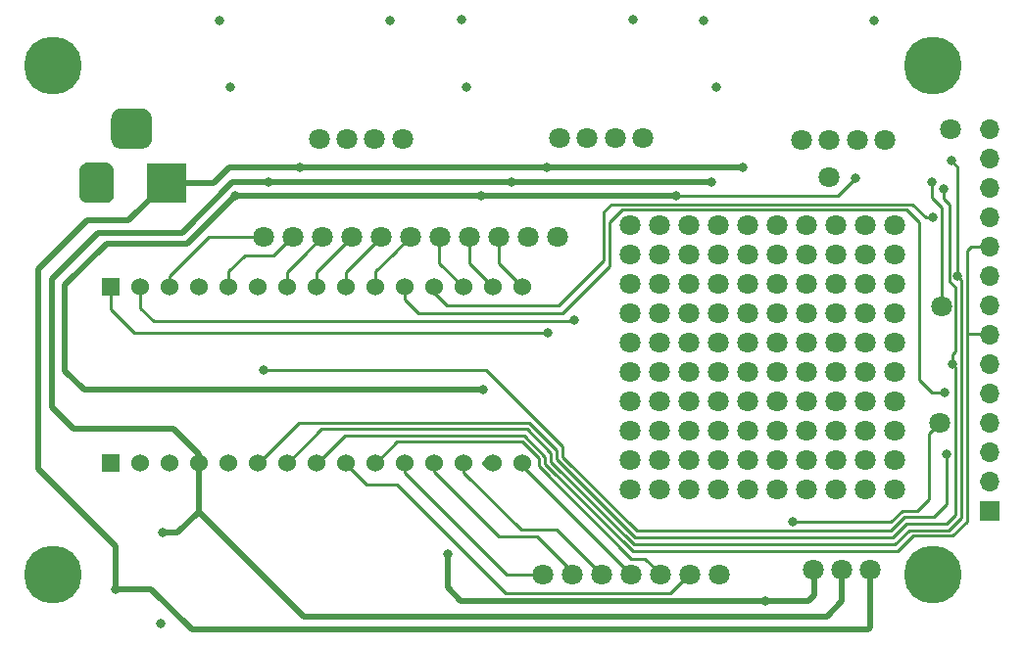
<source format=gbr>
G04 #@! TF.GenerationSoftware,KiCad,Pcbnew,5.1.5+dfsg1-2build2*
G04 #@! TF.CreationDate,2020-11-18T21:04:39-08:00*
G04 #@! TF.ProjectId,Tapper,54617070-6572-42e6-9b69-6361645f7063,rev?*
G04 #@! TF.SameCoordinates,Original*
G04 #@! TF.FileFunction,Copper,L1,Top*
G04 #@! TF.FilePolarity,Positive*
%FSLAX46Y46*%
G04 Gerber Fmt 4.6, Leading zero omitted, Abs format (unit mm)*
G04 Created by KiCad (PCBNEW 5.1.5+dfsg1-2build2) date 2020-11-18 21:04:39*
%MOMM*%
%LPD*%
G04 APERTURE LIST*
%ADD10C,5.000000*%
%ADD11C,1.530000*%
%ADD12R,1.530000X1.530000*%
%ADD13C,1.800000*%
%ADD14O,1.700000X1.700000*%
%ADD15R,1.700000X1.700000*%
%ADD16C,0.100000*%
%ADD17R,3.500000X3.500000*%
%ADD18C,0.800000*%
%ADD19C,0.250000*%
%ADD20C,0.508000*%
G04 APERTURE END LIST*
D10*
X225500000Y-94000000D03*
X149500000Y-94000000D03*
X225500000Y-50000000D03*
X149500000Y-50000000D03*
D11*
X190030000Y-84370000D03*
X190030000Y-69130000D03*
X187490000Y-84370000D03*
X187490000Y-69130000D03*
X184950000Y-84370000D03*
X184950000Y-69130000D03*
X182410000Y-84370000D03*
X182410000Y-69130000D03*
X179870000Y-84370000D03*
X179870000Y-69130000D03*
X177330000Y-84370000D03*
X177330000Y-69130000D03*
X174790000Y-84370000D03*
X174790000Y-69130000D03*
X172250000Y-84370000D03*
X172250000Y-69130000D03*
X169710000Y-84370000D03*
X169710000Y-69130000D03*
X167170000Y-84370000D03*
X167170000Y-69130000D03*
X164630000Y-84370000D03*
X164630000Y-69130000D03*
X162090000Y-84370000D03*
X162090000Y-69130000D03*
X159550000Y-84370000D03*
X159550000Y-69130000D03*
X157010000Y-84370000D03*
X157010000Y-69130000D03*
D12*
X154470000Y-84370000D03*
X154470000Y-69130000D03*
D13*
X222160000Y-86610000D03*
X219620000Y-86610000D03*
X217080000Y-86610000D03*
X214540000Y-86610000D03*
X212000000Y-86610000D03*
X209460000Y-86610000D03*
X206920000Y-86610000D03*
X204380000Y-86610000D03*
X201840000Y-86610000D03*
X199300000Y-86610000D03*
X222160000Y-84070000D03*
X219620000Y-84070000D03*
X217080000Y-84070000D03*
X214540000Y-84070000D03*
X212000000Y-84070000D03*
X209460000Y-84070000D03*
X206920000Y-84070000D03*
X204380000Y-84070000D03*
X201840000Y-84070000D03*
X199300000Y-84070000D03*
X222160000Y-81530000D03*
X219620000Y-81530000D03*
X217080000Y-81530000D03*
X214540000Y-81530000D03*
X212000000Y-81530000D03*
X209460000Y-81530000D03*
X206920000Y-81530000D03*
X204380000Y-81530000D03*
X201840000Y-81530000D03*
X199300000Y-81530000D03*
X222160000Y-78990000D03*
X219620000Y-78990000D03*
X217080000Y-78990000D03*
X214540000Y-78990000D03*
X212000000Y-78990000D03*
X209460000Y-78990000D03*
X206920000Y-78990000D03*
X204380000Y-78990000D03*
X201840000Y-78990000D03*
X199300000Y-78990000D03*
X222160000Y-76450000D03*
X219620000Y-76450000D03*
X217080000Y-76450000D03*
X214540000Y-76450000D03*
X212000000Y-76450000D03*
X209460000Y-76450000D03*
X206920000Y-76450000D03*
X204380000Y-76450000D03*
X201840000Y-76450000D03*
X199300000Y-76450000D03*
X222160000Y-73910000D03*
X219620000Y-73910000D03*
X217080000Y-73910000D03*
X214540000Y-73910000D03*
X212000000Y-73910000D03*
X209460000Y-73910000D03*
X206920000Y-73910000D03*
X204380000Y-73910000D03*
X201840000Y-73910000D03*
X199300000Y-73910000D03*
X222160000Y-71370000D03*
X219620000Y-71370000D03*
X217080000Y-71370000D03*
X214540000Y-71370000D03*
X212000000Y-71370000D03*
X209460000Y-71370000D03*
X206920000Y-71370000D03*
X204380000Y-71370000D03*
X201840000Y-71370000D03*
X199300000Y-71370000D03*
X222160000Y-68830000D03*
X219620000Y-68830000D03*
X217080000Y-68830000D03*
X214540000Y-68830000D03*
X212000000Y-68830000D03*
X209460000Y-68830000D03*
X206920000Y-68830000D03*
X204380000Y-68830000D03*
X201840000Y-68830000D03*
X199300000Y-68830000D03*
X222160000Y-66290000D03*
X219620000Y-66290000D03*
X217080000Y-66290000D03*
X214540000Y-66290000D03*
X212000000Y-66290000D03*
X209460000Y-66290000D03*
X206920000Y-66290000D03*
X204380000Y-66290000D03*
X201840000Y-66290000D03*
X199300000Y-66290000D03*
X222160000Y-63750000D03*
X219620000Y-63750000D03*
X217080000Y-63750000D03*
X214540000Y-63750000D03*
X212000000Y-63750000D03*
X209460000Y-63750000D03*
X206920000Y-63750000D03*
X204380000Y-63750000D03*
X201840000Y-63750000D03*
X199300000Y-63750000D03*
X227050000Y-55450000D03*
X226125000Y-80900000D03*
X226225000Y-70750000D03*
D14*
X230400000Y-55480000D03*
X230400000Y-58020000D03*
X230400000Y-60560000D03*
X230400000Y-63100000D03*
X230400000Y-65640000D03*
X230400000Y-68180000D03*
X230400000Y-70720000D03*
X230400000Y-73260000D03*
X230400000Y-75800000D03*
X230400000Y-78340000D03*
X230400000Y-80880000D03*
X230400000Y-83420000D03*
X230400000Y-85960000D03*
D15*
X230400000Y-88500000D03*
D13*
X220050000Y-93600000D03*
X217650000Y-93600000D03*
X215200000Y-93600000D03*
X207050000Y-94000000D03*
X216500000Y-59625000D03*
X221350000Y-56400000D03*
X218950000Y-56400000D03*
X216550000Y-56400000D03*
X214150000Y-56400000D03*
X200400000Y-56250000D03*
X198050000Y-56250000D03*
X195650000Y-56250000D03*
X193250000Y-56250000D03*
X179660000Y-56350000D03*
X177260000Y-56350000D03*
X174860000Y-56350000D03*
X172460000Y-56350000D03*
X199390000Y-93980000D03*
X196850000Y-93980000D03*
X194310000Y-93980000D03*
X191770000Y-93980000D03*
X201930000Y-93980000D03*
X204470000Y-93980000D03*
X187960000Y-64770000D03*
X185420000Y-64770000D03*
X182880000Y-64770000D03*
X180340000Y-64770000D03*
X177800000Y-64770000D03*
X175260000Y-64770000D03*
X172720000Y-64770000D03*
X170180000Y-64770000D03*
X167640000Y-64770000D03*
X193040000Y-64770000D03*
X190500000Y-64770000D03*
G04 #@! TA.AperFunction,ComponentPad*
D16*
G36*
X157210765Y-53654213D02*
G01*
X157295704Y-53666813D01*
X157378999Y-53687677D01*
X157459848Y-53716605D01*
X157537472Y-53753319D01*
X157611124Y-53797464D01*
X157680094Y-53848616D01*
X157743718Y-53906282D01*
X157801384Y-53969906D01*
X157852536Y-54038876D01*
X157896681Y-54112528D01*
X157933395Y-54190152D01*
X157962323Y-54271001D01*
X157983187Y-54354296D01*
X157995787Y-54439235D01*
X158000000Y-54525000D01*
X158000000Y-56275000D01*
X157995787Y-56360765D01*
X157983187Y-56445704D01*
X157962323Y-56528999D01*
X157933395Y-56609848D01*
X157896681Y-56687472D01*
X157852536Y-56761124D01*
X157801384Y-56830094D01*
X157743718Y-56893718D01*
X157680094Y-56951384D01*
X157611124Y-57002536D01*
X157537472Y-57046681D01*
X157459848Y-57083395D01*
X157378999Y-57112323D01*
X157295704Y-57133187D01*
X157210765Y-57145787D01*
X157125000Y-57150000D01*
X155375000Y-57150000D01*
X155289235Y-57145787D01*
X155204296Y-57133187D01*
X155121001Y-57112323D01*
X155040152Y-57083395D01*
X154962528Y-57046681D01*
X154888876Y-57002536D01*
X154819906Y-56951384D01*
X154756282Y-56893718D01*
X154698616Y-56830094D01*
X154647464Y-56761124D01*
X154603319Y-56687472D01*
X154566605Y-56609848D01*
X154537677Y-56528999D01*
X154516813Y-56445704D01*
X154504213Y-56360765D01*
X154500000Y-56275000D01*
X154500000Y-54525000D01*
X154504213Y-54439235D01*
X154516813Y-54354296D01*
X154537677Y-54271001D01*
X154566605Y-54190152D01*
X154603319Y-54112528D01*
X154647464Y-54038876D01*
X154698616Y-53969906D01*
X154756282Y-53906282D01*
X154819906Y-53848616D01*
X154888876Y-53797464D01*
X154962528Y-53753319D01*
X155040152Y-53716605D01*
X155121001Y-53687677D01*
X155204296Y-53666813D01*
X155289235Y-53654213D01*
X155375000Y-53650000D01*
X157125000Y-53650000D01*
X157210765Y-53654213D01*
G37*
G04 #@! TD.AperFunction*
G04 #@! TA.AperFunction,ComponentPad*
G36*
X154073513Y-58353611D02*
G01*
X154146318Y-58364411D01*
X154217714Y-58382295D01*
X154287013Y-58407090D01*
X154353548Y-58438559D01*
X154416678Y-58476398D01*
X154475795Y-58520242D01*
X154530330Y-58569670D01*
X154579758Y-58624205D01*
X154623602Y-58683322D01*
X154661441Y-58746452D01*
X154692910Y-58812987D01*
X154717705Y-58882286D01*
X154735589Y-58953682D01*
X154746389Y-59026487D01*
X154750000Y-59100000D01*
X154750000Y-61100000D01*
X154746389Y-61173513D01*
X154735589Y-61246318D01*
X154717705Y-61317714D01*
X154692910Y-61387013D01*
X154661441Y-61453548D01*
X154623602Y-61516678D01*
X154579758Y-61575795D01*
X154530330Y-61630330D01*
X154475795Y-61679758D01*
X154416678Y-61723602D01*
X154353548Y-61761441D01*
X154287013Y-61792910D01*
X154217714Y-61817705D01*
X154146318Y-61835589D01*
X154073513Y-61846389D01*
X154000000Y-61850000D01*
X152500000Y-61850000D01*
X152426487Y-61846389D01*
X152353682Y-61835589D01*
X152282286Y-61817705D01*
X152212987Y-61792910D01*
X152146452Y-61761441D01*
X152083322Y-61723602D01*
X152024205Y-61679758D01*
X151969670Y-61630330D01*
X151920242Y-61575795D01*
X151876398Y-61516678D01*
X151838559Y-61453548D01*
X151807090Y-61387013D01*
X151782295Y-61317714D01*
X151764411Y-61246318D01*
X151753611Y-61173513D01*
X151750000Y-61100000D01*
X151750000Y-59100000D01*
X151753611Y-59026487D01*
X151764411Y-58953682D01*
X151782295Y-58882286D01*
X151807090Y-58812987D01*
X151838559Y-58746452D01*
X151876398Y-58683322D01*
X151920242Y-58624205D01*
X151969670Y-58569670D01*
X152024205Y-58520242D01*
X152083322Y-58476398D01*
X152146452Y-58438559D01*
X152212987Y-58407090D01*
X152282286Y-58382295D01*
X152353682Y-58364411D01*
X152426487Y-58353611D01*
X152500000Y-58350000D01*
X154000000Y-58350000D01*
X154073513Y-58353611D01*
G37*
G04 #@! TD.AperFunction*
D17*
X159250000Y-60100000D03*
D18*
X194500000Y-71950000D03*
X192200000Y-73050000D03*
X186650000Y-78000000D03*
X183550000Y-92200000D03*
X203300000Y-61200000D03*
X165250000Y-61200000D03*
X218800000Y-59700000D03*
X186450000Y-61200000D03*
X210990000Y-96250000D03*
X158950000Y-90350000D03*
X206350000Y-60050000D03*
X168100000Y-60050000D03*
X189100000Y-60050000D03*
X163860000Y-46100000D03*
X178610000Y-46100000D03*
X184800000Y-46000000D03*
X199550000Y-46000000D03*
X220450000Y-46050000D03*
X205700000Y-46100000D03*
X185200000Y-51800000D03*
X158800000Y-98250000D03*
X164810000Y-51850000D03*
X206750000Y-51800000D03*
X154850000Y-95250000D03*
X209100000Y-58750000D03*
X170800000Y-58750000D03*
X192150000Y-58750000D03*
X225500000Y-63100000D03*
X226500000Y-78250000D03*
X227100000Y-58200000D03*
X227650000Y-68200000D03*
X226400000Y-60650000D03*
X227150000Y-75800000D03*
X167640000Y-76320000D03*
X226650000Y-83550000D03*
X225400000Y-60000000D03*
X213360000Y-89440000D03*
D19*
X190000000Y-84600000D02*
X190000000Y-84350000D01*
X199380000Y-93980000D02*
X190000000Y-84600000D01*
X199390000Y-93980000D02*
X199380000Y-93980000D01*
X190030000Y-69130000D02*
X187950000Y-67050000D01*
X187950000Y-67050000D02*
X187950000Y-64700000D01*
X187490000Y-69130000D02*
X185450000Y-67090000D01*
X185450000Y-67090000D02*
X185450000Y-64800000D01*
X185450000Y-64800000D02*
X185450000Y-64750000D01*
X192970000Y-90100000D02*
X196850000Y-93980000D01*
X189900000Y-90100000D02*
X192970000Y-90100000D01*
X184950000Y-85150000D02*
X189900000Y-90100000D01*
X184950000Y-84370000D02*
X184950000Y-85150000D01*
X184950000Y-69130000D02*
X182850000Y-67030000D01*
X182850000Y-67030000D02*
X182850000Y-64750000D01*
X193937500Y-94100000D02*
X193937500Y-94037500D01*
X194310000Y-93980000D02*
X194310000Y-93710000D01*
X194310000Y-93710000D02*
X191300000Y-90700000D01*
X191300000Y-90700000D02*
X188000000Y-90700000D01*
X182410000Y-85110000D02*
X188000000Y-90700000D01*
X182410000Y-84370000D02*
X182410000Y-85110000D01*
X191770000Y-93980000D02*
X188680000Y-93980000D01*
X179870000Y-85170000D02*
X188680000Y-93980000D01*
X179870000Y-84370000D02*
X179870000Y-85170000D01*
X201930000Y-93930000D02*
X201930000Y-93980000D01*
X199450000Y-92600000D02*
X200600000Y-92600000D01*
X200600000Y-92600000D02*
X201930000Y-93930000D01*
X191450000Y-84600000D02*
X199450000Y-92600000D01*
X191450000Y-83900000D02*
X191450000Y-84600000D01*
X190050000Y-82500000D02*
X191450000Y-83900000D01*
X179200000Y-82500000D02*
X190050000Y-82500000D01*
X177300000Y-84400000D02*
X179200000Y-82500000D01*
X178900000Y-66200000D02*
X180300000Y-64800000D01*
X177330000Y-67770000D02*
X178900000Y-66200000D01*
X177330000Y-69130000D02*
X177330000Y-67770000D01*
X202800000Y-95600000D02*
X204400000Y-94000000D01*
X188600000Y-95600000D02*
X202800000Y-95600000D01*
X176550000Y-86200000D02*
X179200000Y-86200000D01*
X179200000Y-86200000D02*
X188600000Y-95600000D01*
X174750000Y-84400000D02*
X176550000Y-86200000D01*
X174730000Y-84420000D02*
X174750000Y-84400000D01*
X176500000Y-66100000D02*
X177800000Y-64800000D01*
X174790000Y-67810000D02*
X176500000Y-66100000D01*
X174790000Y-69130000D02*
X174790000Y-67810000D01*
X175200000Y-64850000D02*
X175250000Y-64900000D01*
X175200000Y-64900000D02*
X175200000Y-64850000D01*
X172250000Y-67850000D02*
X175200000Y-64900000D01*
X172250000Y-69130000D02*
X172250000Y-67850000D01*
X169710000Y-67790000D02*
X171100000Y-66400000D01*
X171100000Y-66400000D02*
X172700000Y-64800000D01*
X169710000Y-69130000D02*
X169710000Y-67790000D01*
X164630000Y-69130000D02*
X164630000Y-67770000D01*
X164630000Y-67770000D02*
X166050000Y-66350000D01*
X166050000Y-66350000D02*
X168550000Y-66350000D01*
X168550000Y-66350000D02*
X170100000Y-64800000D01*
X167640000Y-64770000D02*
X162930000Y-64770000D01*
X162930000Y-64770000D02*
X159550000Y-68150000D01*
X159550000Y-68150000D02*
X159550000Y-69150000D01*
X157010000Y-69130000D02*
X157010000Y-70960000D01*
X157010000Y-70960000D02*
X158150000Y-72100000D01*
X194350000Y-72100000D02*
X194500000Y-71950000D01*
X158150000Y-72100000D02*
X194350000Y-72100000D01*
X154470000Y-69130000D02*
X154470000Y-71020000D01*
X154470000Y-71020000D02*
X156500000Y-73050000D01*
X156500000Y-73050000D02*
X192200000Y-73050000D01*
D20*
X186840000Y-84420000D02*
X186840000Y-84310000D01*
X215250000Y-95750000D02*
X215250000Y-93600000D01*
X214750000Y-96250000D02*
X215250000Y-95750000D01*
X183550000Y-95100000D02*
X184700000Y-96250000D01*
X183550000Y-92200000D02*
X183550000Y-95100000D01*
D19*
X203300000Y-61200000D02*
X217300000Y-61200000D01*
D20*
X150500000Y-76350000D02*
X152150000Y-78000000D01*
X150500000Y-68950000D02*
X150500000Y-76350000D01*
X154100000Y-65350000D02*
X150500000Y-68950000D01*
X161100000Y-65350000D02*
X154100000Y-65350000D01*
X165250000Y-61200000D02*
X161100000Y-65350000D01*
X203300000Y-61200000D02*
X165250000Y-61200000D01*
D19*
X217300000Y-61200000D02*
X218800000Y-59700000D01*
D20*
X152150000Y-78000000D02*
X186650000Y-78000000D01*
X210990000Y-96250000D02*
X214750000Y-96250000D01*
X184700000Y-96250000D02*
X210990000Y-96250000D01*
X217650000Y-93600000D02*
X217650000Y-96300000D01*
X217650000Y-96300000D02*
X216350000Y-97600000D01*
X216350000Y-97600000D02*
X171100000Y-97600000D01*
X171100000Y-97600000D02*
X162050000Y-88550000D01*
X162050000Y-88550000D02*
X162050000Y-84500000D01*
X162050000Y-84500000D02*
X162100000Y-84450000D01*
X162100000Y-84450000D02*
X162100000Y-84400000D01*
X160250000Y-90350000D02*
X162050000Y-88550000D01*
X158950000Y-90350000D02*
X160250000Y-90350000D01*
X162090000Y-83590000D02*
X162090000Y-84370000D01*
X159900000Y-81400000D02*
X162090000Y-83590000D01*
X151250000Y-81400000D02*
X159900000Y-81400000D01*
X149350000Y-79500000D02*
X151250000Y-81400000D01*
X149350000Y-68450000D02*
X149350000Y-79500000D01*
X153400000Y-64400000D02*
X149350000Y-68450000D01*
X160600000Y-64400000D02*
X153400000Y-64400000D01*
X164950000Y-60050000D02*
X160600000Y-64400000D01*
X206350000Y-60050000D02*
X164950000Y-60050000D01*
X160000000Y-60300000D02*
X160000000Y-60250000D01*
X161450000Y-98750000D02*
X157950000Y-95250000D01*
X220050000Y-98600000D02*
X219900000Y-98750000D01*
X219900000Y-98750000D02*
X161450000Y-98750000D01*
X220050000Y-93650000D02*
X220050000Y-98600000D01*
X157950000Y-95250000D02*
X154850000Y-95250000D01*
X220000000Y-93600000D02*
X220050000Y-93650000D01*
X163350000Y-60100000D02*
X159250000Y-60100000D01*
X164700000Y-58750000D02*
X163350000Y-60100000D01*
X209100000Y-58750000D02*
X164700000Y-58750000D01*
X154850000Y-91500000D02*
X154850000Y-95250000D01*
X148200000Y-84850000D02*
X154850000Y-91500000D01*
X148200000Y-67550000D02*
X148200000Y-84850000D01*
X152400000Y-63350000D02*
X148200000Y-67550000D01*
X156000000Y-63350000D02*
X152400000Y-63350000D01*
X159250000Y-60100000D02*
X156000000Y-63350000D01*
D19*
X182410000Y-69610000D02*
X182410000Y-69130000D01*
X193150000Y-70700000D02*
X183500000Y-70700000D01*
X197050000Y-62600000D02*
X197050000Y-66800000D01*
X183500000Y-70700000D02*
X182410000Y-69610000D01*
X197050000Y-66800000D02*
X193150000Y-70700000D01*
X223750000Y-61950000D02*
X197700000Y-61950000D01*
X224900000Y-63100000D02*
X223750000Y-61950000D01*
X225500000Y-63100000D02*
X224900000Y-63100000D01*
X197700000Y-61950000D02*
X197050000Y-62600000D01*
X179870000Y-70220000D02*
X179870000Y-69130000D01*
X181050000Y-71400000D02*
X179870000Y-70220000D01*
X197550000Y-67300000D02*
X193450000Y-71400000D01*
X193450000Y-71400000D02*
X181050000Y-71400000D01*
X198650000Y-62400000D02*
X197550000Y-63500000D01*
X224340000Y-77150000D02*
X224340000Y-63540000D01*
X197550000Y-63500000D02*
X197550000Y-67300000D01*
X225440000Y-78250000D02*
X224340000Y-77150000D01*
X223200000Y-62400000D02*
X198650000Y-62400000D01*
X224340000Y-63540000D02*
X223200000Y-62400000D01*
X226500000Y-78250000D02*
X225440000Y-78250000D01*
X228450000Y-89400000D02*
X228450000Y-73150000D01*
X227225000Y-90625000D02*
X228450000Y-89400000D01*
X223825000Y-90625000D02*
X227225000Y-90625000D01*
X222450000Y-92000000D02*
X223825000Y-90625000D01*
X199600000Y-92000000D02*
X222450000Y-92000000D01*
X192000000Y-83800000D02*
X192000000Y-84400000D01*
X192000000Y-84400000D02*
X199600000Y-92000000D01*
X174700000Y-81950000D02*
X190150000Y-81950000D01*
X190150000Y-81950000D02*
X192000000Y-83800000D01*
X172250000Y-84400000D02*
X174700000Y-81950000D01*
X228500000Y-73200000D02*
X228450000Y-73150000D01*
X230400000Y-73200000D02*
X228500000Y-73200000D01*
X228800000Y-65600000D02*
X230400000Y-65600000D01*
X228450000Y-65950000D02*
X228800000Y-65600000D01*
X228450000Y-73150000D02*
X228450000Y-65950000D01*
X227200000Y-58300000D02*
X227100000Y-58200000D01*
X192500000Y-84250000D02*
X199650000Y-91400000D01*
X192500000Y-83450000D02*
X192500000Y-84250000D01*
X172700000Y-81400000D02*
X190450000Y-81400000D01*
X190450000Y-81400000D02*
X192500000Y-83450000D01*
X169700000Y-84400000D02*
X172700000Y-81400000D01*
X227650000Y-58750000D02*
X227100000Y-58200000D01*
X227650000Y-68200000D02*
X227650000Y-58750000D01*
X199650000Y-91400000D02*
X221400000Y-91400000D01*
X221400000Y-91400000D02*
X221550000Y-91400000D01*
X227950000Y-68500000D02*
X227650000Y-68200000D01*
X227950000Y-89100000D02*
X227950000Y-68500000D01*
X226875010Y-90174990D02*
X227950000Y-89100000D01*
X223425010Y-90174990D02*
X226875010Y-90174990D01*
X222200000Y-91400000D02*
X223425010Y-90174990D01*
X221400000Y-91400000D02*
X222200000Y-91400000D01*
X193000000Y-83200000D02*
X190650000Y-80850000D01*
X170700000Y-80850000D02*
X167150000Y-84400000D01*
X199775000Y-90800000D02*
X193000000Y-84025000D01*
X193000000Y-84025000D02*
X193000000Y-83200000D01*
X190650000Y-80850000D02*
X170700000Y-80850000D01*
X227150000Y-75800000D02*
X227450000Y-76100000D01*
X227450000Y-76100000D02*
X227450000Y-88850000D01*
X227450000Y-88850000D02*
X226700000Y-89600000D01*
X226700000Y-89600000D02*
X223250000Y-89600000D01*
X223250000Y-89600000D02*
X222050000Y-90800000D01*
X222050000Y-90800000D02*
X199775000Y-90800000D01*
X226400000Y-61500000D02*
X226400000Y-60650000D01*
X226925000Y-62025000D02*
X226400000Y-61500000D01*
X227450000Y-69150000D02*
X226925000Y-68625000D01*
X227450000Y-74675000D02*
X227450000Y-69150000D01*
X226925000Y-68625000D02*
X226925000Y-62025000D01*
X227150000Y-74975000D02*
X227450000Y-74675000D01*
X227150000Y-75800000D02*
X227150000Y-74975000D01*
X226650000Y-87925000D02*
X226650000Y-85400000D01*
X225562500Y-89012500D02*
X226650000Y-87925000D01*
X223037500Y-89012500D02*
X225562500Y-89012500D01*
X221850000Y-90200000D02*
X223037500Y-89012500D01*
X199900000Y-90200000D02*
X221850000Y-90200000D01*
X193500000Y-82900000D02*
X193500000Y-83800000D01*
X226650000Y-85400000D02*
X226650000Y-83550000D01*
X193500000Y-83800000D02*
X199900000Y-90200000D01*
X186920000Y-76320000D02*
X193500000Y-82900000D01*
X167640000Y-76320000D02*
X186920000Y-76320000D01*
X226225000Y-70750000D02*
X226225000Y-62200000D01*
X225400000Y-61375000D02*
X225400000Y-60000000D01*
X226225000Y-62200000D02*
X225400000Y-61375000D01*
X225150000Y-81800000D02*
X226075000Y-80875000D01*
X225150000Y-87475000D02*
X225150000Y-81800000D01*
X224150000Y-88475000D02*
X225150000Y-87475000D01*
X222855000Y-88475000D02*
X224150000Y-88475000D01*
X221890000Y-89440000D02*
X222855000Y-88475000D01*
X213360000Y-89440000D02*
X221890000Y-89440000D01*
M02*

</source>
